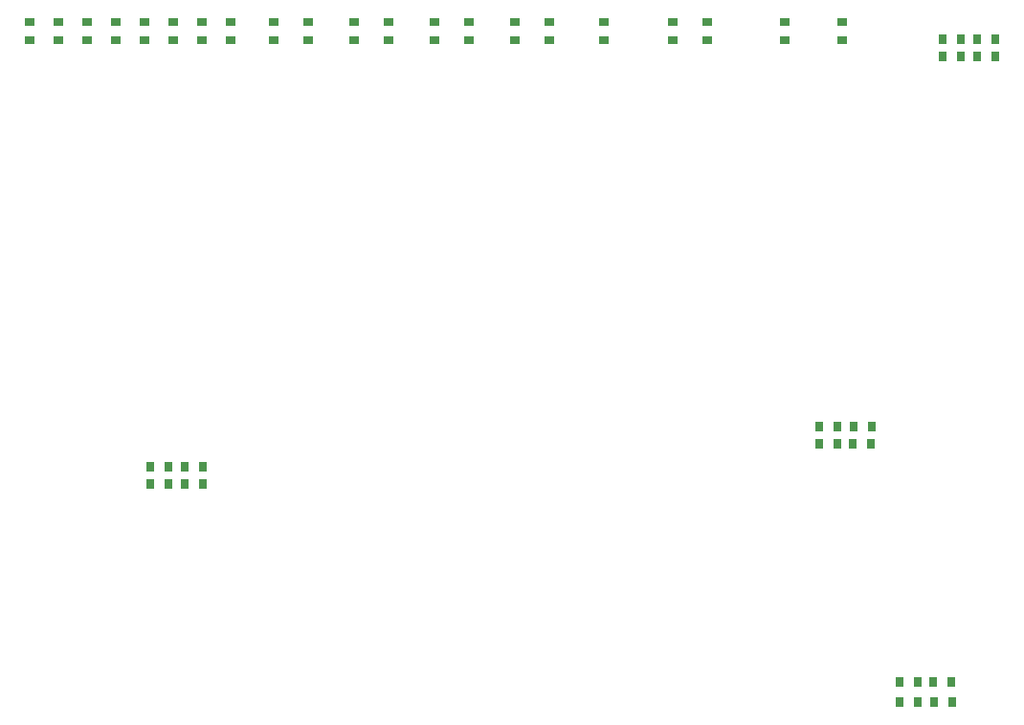
<source format=gbp>
G04*
G04 #@! TF.GenerationSoftware,Altium Limited,Altium Designer,22.3.1 (43)*
G04*
G04 Layer_Color=128*
%FSLAX25Y25*%
%MOIN*%
G70*
G04*
G04 #@! TF.SameCoordinates,CC72978B-6F05-4AE3-AFEB-50B74E8C7AD0*
G04*
G04*
G04 #@! TF.FilePolarity,Positive*
G04*
G01*
G75*
%ADD26R,0.03150X0.03740*%
%ADD27R,0.03740X0.03150*%
D26*
X175299Y182000D02*
D03*
X169000D02*
D03*
X175150Y188000D02*
D03*
X168850D02*
D03*
X156850D02*
D03*
X163150D02*
D03*
X439150Y337000D02*
D03*
X432850D02*
D03*
X436000Y113000D02*
D03*
X429701D02*
D03*
X439150Y331000D02*
D03*
X432850D02*
D03*
X417850Y106000D02*
D03*
X424150D02*
D03*
X417850Y113000D02*
D03*
X424150D02*
D03*
X396150Y196000D02*
D03*
X389850D02*
D03*
X401850Y202000D02*
D03*
X408150D02*
D03*
X444850Y337000D02*
D03*
X451150D02*
D03*
X444850Y331000D02*
D03*
X451150D02*
D03*
X436150Y106000D02*
D03*
X429850D02*
D03*
X396150Y202000D02*
D03*
X389850D02*
D03*
X401701Y196000D02*
D03*
X408000D02*
D03*
X156850Y182000D02*
D03*
X163150D02*
D03*
D27*
X351000Y343150D02*
D03*
Y336850D02*
D03*
X135000Y343150D02*
D03*
Y336850D02*
D03*
X398000Y343150D02*
D03*
Y336850D02*
D03*
X296000Y343150D02*
D03*
Y336850D02*
D03*
X284000Y343150D02*
D03*
Y336850D02*
D03*
X378000Y343150D02*
D03*
Y336850D02*
D03*
X175000Y343150D02*
D03*
Y336850D02*
D03*
X315000Y343150D02*
D03*
Y336850D02*
D03*
X200000Y343150D02*
D03*
Y336850D02*
D03*
X165000Y343150D02*
D03*
Y336850D02*
D03*
X240000Y343150D02*
D03*
Y336850D02*
D03*
X115000Y343150D02*
D03*
Y336850D02*
D03*
X145000Y343150D02*
D03*
Y336850D02*
D03*
X256000Y343150D02*
D03*
Y336850D02*
D03*
X155000Y343150D02*
D03*
Y336850D02*
D03*
X125000Y343150D02*
D03*
Y336850D02*
D03*
X212000Y343150D02*
D03*
Y336850D02*
D03*
X228000Y343150D02*
D03*
Y336850D02*
D03*
X268000Y343150D02*
D03*
Y336850D02*
D03*
X185000Y343150D02*
D03*
Y336850D02*
D03*
X339000Y343150D02*
D03*
Y336850D02*
D03*
M02*

</source>
